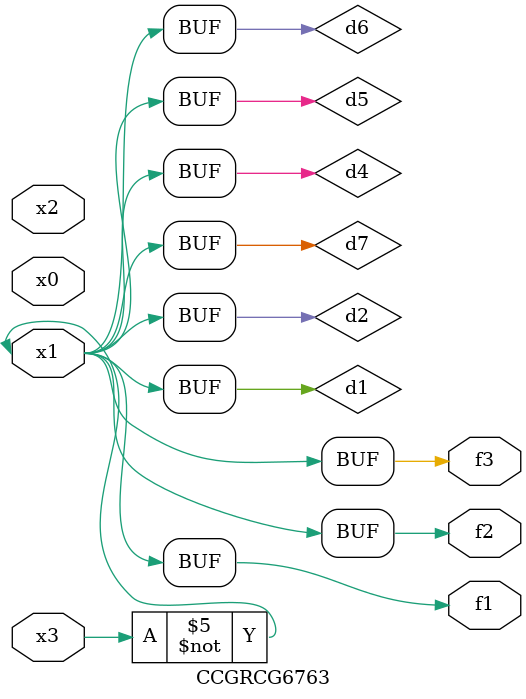
<source format=v>
module CCGRCG6763(
	input x0, x1, x2, x3,
	output f1, f2, f3
);

	wire d1, d2, d3, d4, d5, d6, d7;

	not (d1, x3);
	buf (d2, x1);
	xnor (d3, d1, d2);
	nor (d4, d1);
	buf (d5, d1, d2);
	buf (d6, d4, d5);
	nand (d7, d4);
	assign f1 = d6;
	assign f2 = d7;
	assign f3 = d6;
endmodule

</source>
